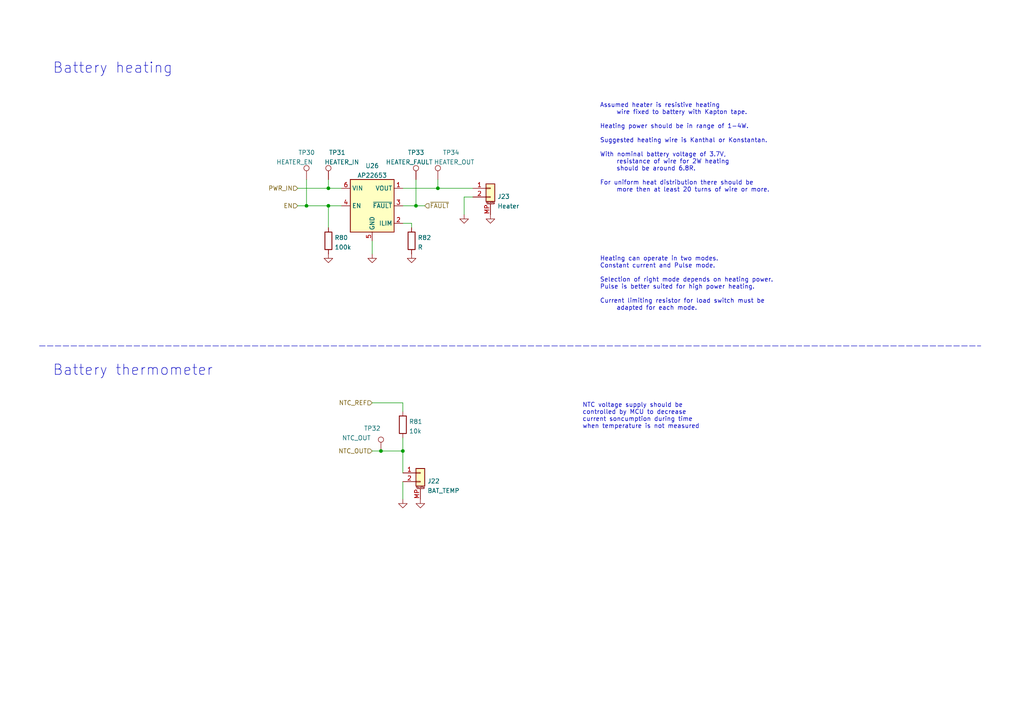
<source format=kicad_sch>
(kicad_sch (version 20210621) (generator eeschema)
  (paper "A4")
  (title_block (title "BUTCube - EPS") (date "2021-06-01") (rev "v1.0") (company "VUT - FIT(STRaDe) & FME(IAE & IPE)") (comment 1 "Author: Petr Malaník"))
  (lib_symbols
    (symbol "Connector:TestPoint" (pin_numbers hide) (pin_names (offset 0.762) hide)
      (property "Reference" "TP" (at 0 6.858 0))
      (property "Value" "TestPoint" (at 0 5.08 0))
      (symbol "TestPoint_0_1"
        (circle (center 0 3.302) (radius 0.762))
      )
      (symbol "TestPoint_1_1"
        (pin passive line (at 0 0 90) (length 2.54) (name "1") (number "1"))
      )
    )
    (symbol "Connector_Generic_MountingPin:Conn_01x02_MountingPin" (pin_names (offset 1.016) hide)
      (property "Reference" "J" (at 0 2.54 0))
      (property "Value" "Conn_01x02_MountingPin" (at 1.27 -5.08 0))
      (symbol "Conn_01x02_MountingPin_1_1"
        (text "Mounting" (at 0 -4.191 0) (effects (font (size 0.381 0.381))))
        (rectangle (start -1.27 -2.413) (end 0 -2.667) (stroke (width 0.1524)))
        (rectangle (start -1.27 0.127) (end 0 -0.127) (stroke (width 0.1524)))
        (rectangle (start -1.27 1.27) (end 1.27 -3.81) (stroke (width 0.254)) (fill (type background)))
        (polyline (pts (xy -1.016 -4.572) (xy 1.016 -4.572)) (stroke (width 0.1524)))
        (pin passive line (at -5.08 0 0) (length 3.81) (name "Pin_1") (number "1"))
        (pin passive line (at -5.08 -2.54 0) (length 3.81) (name "Pin_2") (number "2"))
        (pin passive line (at 0 -7.62 90) (length 3.048) (name "MountPin") (number "MP"))
      )
    )
    (symbol "Device:R" (pin_numbers hide) (pin_names (offset 0))
      (property "Reference" "R" (at 2.032 0 90))
      (property "Value" "R" (at 0 0 90))
      (symbol "R_0_1"
        (rectangle (start -1.016 -2.54) (end 1.016 2.54) (stroke (width 0.254)))
      )
      (symbol "R_1_1"
        (pin passive line (at 0 3.81 270) (length 1.27) (name "~") (number "1"))
        (pin passive line (at 0 -3.81 90) (length 1.27) (name "~") (number "2"))
      )
    )
    (symbol "TCY_power_management:AP22653"
      (property "Reference" "U" (at 8.89 7.62 0))
      (property "Value" "AP22653" (at 0 7.62 0))
      (symbol "AP22653_0_1"
        (rectangle (start -6.35 5.08) (end 6.35 -10.16) (stroke (width 0.254)) (fill (type background)))
      )
      (symbol "AP22653_1_1"
        (pin power_out line (at 8.89 2.54 180) (length 2.54) (name "VOUT") (number "1"))
        (pin passive line (at 8.89 -7.62 180) (length 2.54) (name "ILIM") (number "2"))
        (pin output line (at 8.89 -2.54 180) (length 2.54) (name "~{FAULT}") (number "3"))
        (pin input line (at -8.89 -2.54 0) (length 2.54) (name "EN") (number "4"))
        (pin passive line (at 0 -12.7 90) (length 2.54) (name "GND") (number "5"))
        (pin power_in line (at -8.89 2.54 0) (length 2.54) (name "VIN") (number "6"))
        (pin passive line (at 0 -12.7 90) (length 2.54) hide (name "E_PAD") (number "7"))
      )
    )
    (symbol "power:GND" (power) (pin_names (offset 0))
      (property "Value" "GND" (at 0 -3.81 0))
      (symbol "GND_0_1"
        (polyline (pts (xy 0 0) (xy 0 -1.27) (xy 1.27 -1.27) (xy 0 -2.54) (xy -1.27 -1.27) (xy 0 -1.27)))
      )
      (symbol "GND_1_1"
        (pin power_in line (at 0 0 270) (length 0) hide (name "GND") (number "1"))
      )
    )
  )
  (junction (at 88.9 59.69) (diameter 0.9144))
  (junction (at 95.25 54.61) (diameter 0.9144))
  (junction (at 95.25 59.69) (diameter 0.9144))
  (junction (at 110.49 130.81) (diameter 0.9144))
  (junction (at 116.84 130.81) (diameter 0.9144))
  (junction (at 120.65 59.69) (diameter 0.9144))
  (junction (at 127 54.61) (diameter 0.9144))
  (wire (pts (xy 86.36 54.61) (xy 95.25 54.61)))
  (wire (pts (xy 86.36 59.69) (xy 88.9 59.69)))
  (wire (pts (xy 88.9 52.07) (xy 88.9 59.69)))
  (wire (pts (xy 88.9 59.69) (xy 95.25 59.69)))
  (wire (pts (xy 95.25 52.07) (xy 95.25 54.61)))
  (wire (pts (xy 95.25 54.61) (xy 99.06 54.61)))
  (wire (pts (xy 95.25 59.69) (xy 99.06 59.69)))
  (wire (pts (xy 95.25 66.04) (xy 95.25 59.69)))
  (wire (pts (xy 107.95 69.85) (xy 107.95 73.66)))
  (wire (pts (xy 107.95 116.84) (xy 116.84 116.84)))
  (wire (pts (xy 107.95 130.81) (xy 110.49 130.81)))
  (wire (pts (xy 110.49 130.81) (xy 116.84 130.81)))
  (wire (pts (xy 116.84 54.61) (xy 127 54.61)))
  (wire (pts (xy 116.84 59.69) (xy 120.65 59.69)))
  (wire (pts (xy 116.84 64.77) (xy 119.38 64.77)))
  (wire (pts (xy 116.84 116.84) (xy 116.84 119.38)))
  (wire (pts (xy 116.84 127) (xy 116.84 130.81)))
  (wire (pts (xy 116.84 130.81) (xy 116.84 137.16)))
  (wire (pts (xy 116.84 139.7) (xy 116.84 144.78)))
  (wire (pts (xy 119.38 64.77) (xy 119.38 66.04)))
  (wire (pts (xy 120.65 52.07) (xy 120.65 59.69)))
  (wire (pts (xy 120.65 59.69) (xy 123.19 59.69)))
  (wire (pts (xy 127 52.07) (xy 127 54.61)))
  (wire (pts (xy 127 54.61) (xy 137.16 54.61)))
  (wire (pts (xy 134.62 57.15) (xy 134.62 62.23)))
  (wire (pts (xy 137.16 57.15) (xy 134.62 57.15)))
  (polyline (pts (xy 11.43 100.33) (xy 284.48 100.33)) (stroke (width 0) (type dash)))
  (text "Battery heating" (at 15.24 21.59 0) (effects (font (size 3 3)) (justify left bottom)))
  (text "Battery thermometer" (at 15.24 109.22 0) (effects (font (size 3 3)) (justify left bottom)))
  (text "NTC voltage supply should be\ncontrolled by MCU to decrease\ncurrent soncumption during time\nwhen temperature is not measured" (at 168.91 124.46 0) (effects (font (size 1.27 1.27)) (justify left bottom)))
  (text "Assumed heater is resistive heating\n	wire fixed to battery with Kapton tape.\n\nHeating power should be in range of 1-4W.\n\nSuggested heating wire is Kanthal or Konstantan.\n\nWith nominal battery voltage of 3.7V,\n	resistance of wire for 2W heating\n	should be around 6.8R.\n\nFor uniform heat distribution there should be\n	more then at least 20 turns of wire or more." (at 173.99 55.88 0) (effects (font (size 1.27 1.27)) (justify left bottom)))
  (text "Heating can operate in two modes.\nConstant current and Pulse mode.\n\nSelection of right mode depends on heating power.\nPulse is better suited for high power heating.\n\nCurrent limiting resistor for load switch must be\n	adapted for each mode." (at 173.99 90.17 0) (effects (font (size 1.27 1.27)) (justify left bottom)))
  (hierarchical_label "PWR_IN" (shape input) (at 86.36 54.61 180))
  (hierarchical_label "EN" (shape input) (at 86.36 59.69 180))
  (hierarchical_label "NTC_REF" (shape input) (at 107.95 116.84 180))
  (hierarchical_label "NTC_OUT" (shape input) (at 107.95 130.81 180))
  (hierarchical_label "~{FAULT}" (shape input) (at 123.19 59.69 0))
  (symbol (lib_id "Connector:TestPoint") (at 88.9 52.07 0)
    (property "Reference" "TP30" (at 86.4871 44.24 0) (effects (justify left)))
    (property "Value" "HEATER_EN" (at 80.1371 47.0151 0) (effects (justify left)))
    (property "Footprint" "TCY_connectors:TestPoint_Pad_D0.5mm" (effects hide))
  )
  (symbol (lib_id "Connector:TestPoint") (at 95.25 52.07 0)
    (property "Reference" "TP31" (at 95.3771 44.24 0) (effects (justify left)))
    (property "Value" "HEATER_IN" (at 94.1071 47.0151 0) (effects (justify left)))
    (property "Footprint" "TCY_connectors:TestPoint_Pad_D0.5mm" (effects hide))
  )
  (symbol (lib_id "Connector:TestPoint") (at 110.49 130.81 0)
    (property "Reference" "TP32" (at 105.5371 124.25 0) (effects (justify left)))
    (property "Value" "NTC_OUT" (at 99.1871 127.0251 0) (effects (justify left)))
    (property "Footprint" "TCY_connectors:TestPoint_Pad_D0.5mm" (effects hide))
  )
  (symbol (lib_id "Connector:TestPoint") (at 120.65 52.07 0)
    (property "Reference" "TP33" (at 118.2371 44.24 0) (effects (justify left)))
    (property "Value" "HEATER_FAULT" (at 111.8871 47.0151 0) (effects (justify left)))
    (property "Footprint" "TCY_connectors:TestPoint_Pad_D0.5mm" (effects hide))
  )
  (symbol (lib_id "Connector:TestPoint") (at 127 52.07 0)
    (property "Reference" "TP34" (at 128.3971 44.24 0) (effects (justify left)))
    (property "Value" "HEATER_OUT" (at 125.8571 47.0151 0) (effects (justify left)))
    (property "Footprint" "TCY_connectors:TestPoint_Pad_D0.5mm" (effects hide))
  )
  (symbol (lib_id "power:GND") (at 95.25 73.66 0)
    (property "Reference" "#PWR0188" (effects hide))
    (property "Value" "GND" (effects hide))
  )
  (symbol (lib_id "power:GND") (at 107.95 73.66 0)
    (property "Reference" "#PWR0189" (effects hide))
    (property "Value" "GND" (effects hide))
  )
  (symbol (lib_id "power:GND") (at 116.84 144.78 0)
    (property "Reference" "#PWR0190" (effects hide))
    (property "Value" "GND" (effects hide))
  )
  (symbol (lib_id "power:GND") (at 119.38 73.66 0)
    (property "Reference" "#PWR0191" (effects hide))
    (property "Value" "GND" (effects hide))
  )
  (symbol (lib_id "power:GND") (at 121.92 144.78 0)
    (property "Reference" "#PWR0192" (effects hide))
    (property "Value" "GND" (effects hide))
  )
  (symbol (lib_id "power:GND") (at 134.62 62.23 0)
    (property "Reference" "#PWR0193" (effects hide))
    (property "Value" "GND" (effects hide))
  )
  (symbol (lib_id "power:GND") (at 142.24 62.23 0)
    (property "Reference" "#PWR0194" (effects hide))
    (property "Value" "GND" (effects hide))
  )
  (symbol (lib_id "Device:R") (at 95.25 69.85 0)
    (property "Reference" "R80" (at 97.0281 68.9415 0) (effects (justify left)))
    (property "Value" "100k" (at 97.0281 71.7166 0) (effects (justify left)))
    (property "Footprint" "Resistor_SMD:R_0603_1608Metric" (effects hide))
  )
  (symbol (lib_id "Device:R") (at 116.84 123.19 0)
    (property "Reference" "R81" (at 118.6181 122.2815 0) (effects (justify left)))
    (property "Value" "10k" (at 118.6181 125.0566 0) (effects (justify left)))
    (property "Footprint" "Resistor_SMD:R_0603_1608Metric" (effects hide))
  )
  (symbol (lib_id "Device:R") (at 119.38 69.85 0)
    (property "Reference" "R82" (at 121.1581 68.9415 0) (effects (justify left)))
    (property "Value" "R" (at 121.1581 71.7166 0) (effects (justify left)))
    (property "Footprint" "Resistor_SMD:R_0603_1608Metric" (effects hide))
  )
  (symbol (lib_id "Connector_Generic_MountingPin:Conn_01x02_MountingPin") (at 121.92 137.16 0)
    (property "Reference" "J22" (at 123.9521 139.5535 0) (effects (justify left)))
    (property "Value" "BAT_TEMP" (at 123.9521 142.3286 0) (effects (justify left)))
    (property "Footprint" "TCY_connectors:Amphenol_10114828-11102LF_1x02_P1.25mm_Vertical" (effects hide))
  )
  (symbol (lib_id "Connector_Generic_MountingPin:Conn_01x02_MountingPin") (at 142.24 54.61 0)
    (property "Reference" "J23" (at 144.2721 57.0035 0) (effects (justify left)))
    (property "Value" "Heater" (at 144.2721 59.7786 0) (effects (justify left)))
    (property "Footprint" "TCY_connectors:Amphenol_10114828-11102LF_1x02_P1.25mm_Vertical" (effects hide))
  )
  (symbol (lib_id "TCY_power_management:AP22653") (at 107.95 57.15 0)
    (property "Reference" "U26" (at 107.95 48.1034 0))
    (property "Value" "AP22653" (at 107.95 50.8785 0))
    (property "Footprint" "Package_DFN_QFN:DFN-6-1EP_2x2mm_P0.65mm_EP1x1.6mm" (effects hide))
    (property "Datasheet" "https://www.diodes.com/assets/Datasheets/AP22652_53_52A_53A.pdf" (effects hide))
  )
)
</source>
